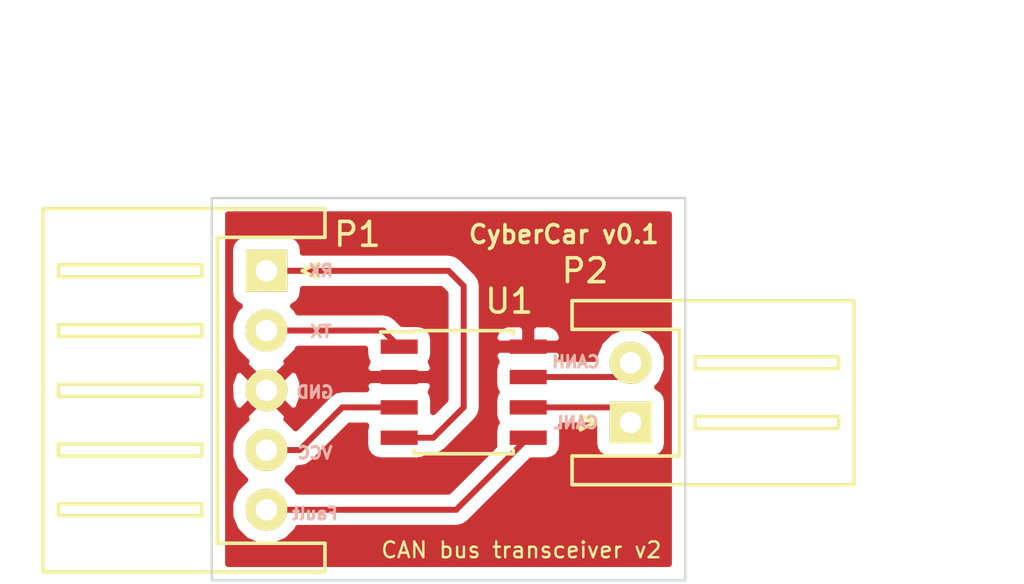
<source format=kicad_pcb>
(kicad_pcb (version 4) (host pcbnew 4.0.4-stable)

  (general
    (links 8)
    (no_connects 0)
    (area 18.189 16.35 65 40.353001)
    (thickness 1.6)
    (drawings 15)
    (tracks 16)
    (zones 0)
    (modules 3)
    (nets 8)
  )

  (page A4)
  (layers
    (0 F.Cu signal)
    (31 B.Cu signal)
    (32 B.Adhes user)
    (33 F.Adhes user)
    (34 B.Paste user)
    (35 F.Paste user)
    (36 B.SilkS user)
    (37 F.SilkS user)
    (38 B.Mask user)
    (39 F.Mask user)
    (40 Dwgs.User user)
    (41 Cmts.User user)
    (42 Eco1.User user)
    (43 Eco2.User user)
    (44 Edge.Cuts user)
    (45 Margin user)
    (46 B.CrtYd user)
    (47 F.CrtYd user)
    (48 B.Fab user)
    (49 F.Fab user)
  )

  (setup
    (last_trace_width 0.25)
    (trace_clearance 0.2)
    (zone_clearance 0.508)
    (zone_45_only no)
    (trace_min 0.2)
    (segment_width 0.2)
    (edge_width 0.1)
    (via_size 0.6)
    (via_drill 0.4)
    (via_min_size 0.4)
    (via_min_drill 0.3)
    (uvia_size 0.3)
    (uvia_drill 0.1)
    (uvias_allowed no)
    (uvia_min_size 0.2)
    (uvia_min_drill 0.1)
    (pcb_text_width 0.3)
    (pcb_text_size 1.5 1.5)
    (mod_edge_width 0.15)
    (mod_text_size 1 1)
    (mod_text_width 0.15)
    (pad_size 2.2 2.2)
    (pad_drill 2.2)
    (pad_to_mask_clearance 0)
    (aux_axis_origin 0 0)
    (visible_elements FFFFFF7F)
    (pcbplotparams
      (layerselection 0x010f0_80000001)
      (usegerberextensions true)
      (gerberprecision 5)
      (excludeedgelayer true)
      (linewidth 0.100000)
      (plotframeref false)
      (viasonmask false)
      (mode 1)
      (useauxorigin false)
      (hpglpennumber 1)
      (hpglpenspeed 20)
      (hpglpendiameter 15)
      (hpglpenoverlay 2)
      (psnegative false)
      (psa4output false)
      (plotreference true)
      (plotvalue true)
      (plotinvisibletext false)
      (padsonsilk false)
      (subtractmaskfromsilk false)
      (outputformat 1)
      (mirror false)
      (drillshape 0)
      (scaleselection 1)
      (outputdirectory plots/))
  )

  (net 0 "")
  (net 1 "Net-(P1-Pad1)")
  (net 2 "Net-(P1-Pad2)")
  (net 3 "Net-(P2-Pad1)")
  (net 4 "Net-(P2-Pad2)")
  (net 5 +3V3)
  (net 6 GND)
  (net 7 "Net-(P1-Pad5)")

  (net_class Default "This is the default net class."
    (clearance 0.2)
    (trace_width 0.25)
    (via_dia 0.6)
    (via_drill 0.4)
    (uvia_dia 0.3)
    (uvia_drill 0.1)
    (add_net +3V3)
    (add_net GND)
    (add_net "Net-(P1-Pad1)")
    (add_net "Net-(P1-Pad2)")
    (add_net "Net-(P1-Pad5)")
    (add_net "Net-(P2-Pad1)")
    (add_net "Net-(P2-Pad2)")
  )

  (module Connectors_JST:JST_XH_S05B-XH-A_05x2.50mm_Angled (layer F.Cu) (tedit 57FEB754) (tstamp 57E2E7EB)
    (at 29.464 27.178 270)
    (descr "JST XH series connector, S05B-XH-A, side entry type, through hole")
    (tags "connector jst xh tht side horizontal angled 2.50mm")
    (path /57E1DEAC)
    (fp_text reference P1 (at -1.524 -3.81 360) (layer F.SilkS)
      (effects (font (size 1 1) (thickness 0.15)))
    )
    (fp_text value CONN_01X05 (at 5 10.3 270) (layer F.Fab)
      (effects (font (size 1 1) (thickness 0.15)))
    )
    (fp_line (start -2.95 -2.8) (end -2.95 9.7) (layer F.CrtYd) (width 0.05))
    (fp_line (start -2.95 9.7) (end 12.95 9.7) (layer F.CrtYd) (width 0.05))
    (fp_line (start 12.95 9.7) (end 12.95 -2.8) (layer F.CrtYd) (width 0.05))
    (fp_line (start 12.95 -2.8) (end -2.95 -2.8) (layer F.CrtYd) (width 0.05))
    (fp_line (start 5 9.35) (end -2.6 9.35) (layer F.SilkS) (width 0.15))
    (fp_line (start -2.6 9.35) (end -2.6 -2.45) (layer F.SilkS) (width 0.15))
    (fp_line (start -2.6 -2.45) (end -1.4 -2.45) (layer F.SilkS) (width 0.15))
    (fp_line (start -1.4 -2.45) (end -1.4 2.05) (layer F.SilkS) (width 0.15))
    (fp_line (start -1.4 2.05) (end 5 2.05) (layer F.SilkS) (width 0.15))
    (fp_line (start 5 9.35) (end 12.6 9.35) (layer F.SilkS) (width 0.15))
    (fp_line (start 12.6 9.35) (end 12.6 -2.45) (layer F.SilkS) (width 0.15))
    (fp_line (start 12.6 -2.45) (end 11.4 -2.45) (layer F.SilkS) (width 0.15))
    (fp_line (start 11.4 -2.45) (end 11.4 2.05) (layer F.SilkS) (width 0.15))
    (fp_line (start 11.4 2.05) (end 5 2.05) (layer F.SilkS) (width 0.15))
    (fp_line (start -0.25 2.7) (end -0.25 8.7) (layer F.SilkS) (width 0.15))
    (fp_line (start -0.25 8.7) (end 0.25 8.7) (layer F.SilkS) (width 0.15))
    (fp_line (start 0.25 8.7) (end 0.25 2.7) (layer F.SilkS) (width 0.15))
    (fp_line (start 0.25 2.7) (end -0.25 2.7) (layer F.SilkS) (width 0.15))
    (fp_line (start 2.25 2.7) (end 2.25 8.7) (layer F.SilkS) (width 0.15))
    (fp_line (start 2.25 8.7) (end 2.75 8.7) (layer F.SilkS) (width 0.15))
    (fp_line (start 2.75 8.7) (end 2.75 2.7) (layer F.SilkS) (width 0.15))
    (fp_line (start 2.75 2.7) (end 2.25 2.7) (layer F.SilkS) (width 0.15))
    (fp_line (start 4.75 2.7) (end 4.75 8.7) (layer F.SilkS) (width 0.15))
    (fp_line (start 4.75 8.7) (end 5.25 8.7) (layer F.SilkS) (width 0.15))
    (fp_line (start 5.25 8.7) (end 5.25 2.7) (layer F.SilkS) (width 0.15))
    (fp_line (start 5.25 2.7) (end 4.75 2.7) (layer F.SilkS) (width 0.15))
    (fp_line (start 7.25 2.7) (end 7.25 8.7) (layer F.SilkS) (width 0.15))
    (fp_line (start 7.25 8.7) (end 7.75 8.7) (layer F.SilkS) (width 0.15))
    (fp_line (start 7.75 8.7) (end 7.75 2.7) (layer F.SilkS) (width 0.15))
    (fp_line (start 7.75 2.7) (end 7.25 2.7) (layer F.SilkS) (width 0.15))
    (fp_line (start 9.75 2.7) (end 9.75 8.7) (layer F.SilkS) (width 0.15))
    (fp_line (start 9.75 8.7) (end 10.25 8.7) (layer F.SilkS) (width 0.15))
    (fp_line (start 10.25 8.7) (end 10.25 2.7) (layer F.SilkS) (width 0.15))
    (fp_line (start 10.25 2.7) (end 9.75 2.7) (layer F.SilkS) (width 0.15))
    (fp_line (start 0 -1.5) (end -0.3 -2.1) (layer F.SilkS) (width 0.15))
    (fp_line (start -0.3 -2.1) (end 0.3 -2.1) (layer F.SilkS) (width 0.15))
    (fp_line (start 0.3 -2.1) (end 0 -1.5) (layer F.SilkS) (width 0.15))
    (pad 1 thru_hole rect (at 0 0 270) (size 1.75 1.75) (drill 0.9) (layers *.Cu *.Mask F.SilkS)
      (net 1 "Net-(P1-Pad1)"))
    (pad 2 thru_hole circle (at 2.5 0 270) (size 1.75 1.75) (drill 0.9) (layers *.Cu *.Mask F.SilkS)
      (net 2 "Net-(P1-Pad2)"))
    (pad 3 thru_hole circle (at 5 0 270) (size 1.75 1.75) (drill 0.9) (layers *.Cu *.Mask F.SilkS)
      (net 6 GND))
    (pad 4 thru_hole circle (at 7.5 0 270) (size 1.75 1.75) (drill 0.9) (layers *.Cu *.Mask F.SilkS)
      (net 5 +3V3))
    (pad 5 thru_hole circle (at 10 0 270) (size 1.75 1.75) (drill 0.9) (layers *.Cu *.Mask F.SilkS)
      (net 7 "Net-(P1-Pad5)"))
    (model Connectors_JST.3dshapes/JST_XH_S05B-XH-A_05x2.50mm_Angled.wrl
      (at (xyz 0 0 0))
      (scale (xyz 1 1 1))
      (rotate (xyz 0 0 0))
    )
  )

  (module Connectors_JST:JST_XH_S02B-XH-A_02x2.50mm_Angled (layer F.Cu) (tedit 57E2EDA4) (tstamp 57E2E7F3)
    (at 44.704 33.528 90)
    (descr "JST XH series connector, S02B-XH-A, side entry type, through hole")
    (tags "connector jst xh tht side horizontal angled 2.50mm")
    (path /57E1E461)
    (fp_text reference P2 (at 6.35 -1.905 180) (layer F.SilkS)
      (effects (font (size 1 1) (thickness 0.15)))
    )
    (fp_text value CONN_01X02 (at 1.25 10.3 90) (layer F.Fab)
      (effects (font (size 1 1) (thickness 0.15)))
    )
    (fp_line (start -2.95 -2.8) (end -2.95 9.7) (layer F.CrtYd) (width 0.05))
    (fp_line (start -2.95 9.7) (end 5.45 9.7) (layer F.CrtYd) (width 0.05))
    (fp_line (start 5.45 9.7) (end 5.45 -2.8) (layer F.CrtYd) (width 0.05))
    (fp_line (start 5.45 -2.8) (end -2.95 -2.8) (layer F.CrtYd) (width 0.05))
    (fp_line (start 1.25 9.35) (end -2.6 9.35) (layer F.SilkS) (width 0.15))
    (fp_line (start -2.6 9.35) (end -2.6 -2.45) (layer F.SilkS) (width 0.15))
    (fp_line (start -2.6 -2.45) (end -1.4 -2.45) (layer F.SilkS) (width 0.15))
    (fp_line (start -1.4 -2.45) (end -1.4 2.05) (layer F.SilkS) (width 0.15))
    (fp_line (start -1.4 2.05) (end 1.25 2.05) (layer F.SilkS) (width 0.15))
    (fp_line (start 1.25 9.35) (end 5.1 9.35) (layer F.SilkS) (width 0.15))
    (fp_line (start 5.1 9.35) (end 5.1 -2.45) (layer F.SilkS) (width 0.15))
    (fp_line (start 5.1 -2.45) (end 3.9 -2.45) (layer F.SilkS) (width 0.15))
    (fp_line (start 3.9 -2.45) (end 3.9 2.05) (layer F.SilkS) (width 0.15))
    (fp_line (start 3.9 2.05) (end 1.25 2.05) (layer F.SilkS) (width 0.15))
    (fp_line (start -0.25 2.7) (end -0.25 8.7) (layer F.SilkS) (width 0.15))
    (fp_line (start -0.25 8.7) (end 0.25 8.7) (layer F.SilkS) (width 0.15))
    (fp_line (start 0.25 8.7) (end 0.25 2.7) (layer F.SilkS) (width 0.15))
    (fp_line (start 0.25 2.7) (end -0.25 2.7) (layer F.SilkS) (width 0.15))
    (fp_line (start 2.25 2.7) (end 2.25 8.7) (layer F.SilkS) (width 0.15))
    (fp_line (start 2.25 8.7) (end 2.75 8.7) (layer F.SilkS) (width 0.15))
    (fp_line (start 2.75 8.7) (end 2.75 2.7) (layer F.SilkS) (width 0.15))
    (fp_line (start 2.75 2.7) (end 2.25 2.7) (layer F.SilkS) (width 0.15))
    (fp_line (start 0 -1.5) (end -0.3 -2.1) (layer F.SilkS) (width 0.15))
    (fp_line (start -0.3 -2.1) (end 0.3 -2.1) (layer F.SilkS) (width 0.15))
    (fp_line (start 0.3 -2.1) (end 0 -1.5) (layer F.SilkS) (width 0.15))
    (pad 1 thru_hole rect (at 0 0 90) (size 1.75 1.75) (drill 0.9) (layers *.Cu *.Mask F.SilkS)
      (net 3 "Net-(P2-Pad1)"))
    (pad 2 thru_hole circle (at 2.5 0 90) (size 1.75 1.75) (drill 0.9) (layers *.Cu *.Mask F.SilkS)
      (net 4 "Net-(P2-Pad2)"))
    (model Connectors_JST.3dshapes/JST_XH_S02B-XH-A_02x2.50mm_Angled.wrl
      (at (xyz 0 0 0))
      (scale (xyz 1 1 1))
      (rotate (xyz 0 0 0))
    )
  )

  (module Housings_SOIC:SOIC-8_3.9x4.9mm_Pitch1.27mm (layer F.Cu) (tedit 57E2EDAA) (tstamp 57E1E2E6)
    (at 37.719 32.258)
    (descr "8-Lead Plastic Small Outline (SN) - Narrow, 3.90 mm Body [SOIC] (see Microchip Packaging Specification 00000049BS.pdf)")
    (tags "SOIC 1.27")
    (path /57E1E52D)
    (attr smd)
    (fp_text reference U1 (at 1.905 -3.81) (layer F.SilkS)
      (effects (font (size 1 1) (thickness 0.15)))
    )
    (fp_text value TCAN337GDR (at 0 3.5) (layer F.Fab)
      (effects (font (size 1 1) (thickness 0.15)))
    )
    (fp_circle (center -1.5 -2) (end -1.75 -2) (layer F.Fab) (width 0.15))
    (fp_line (start -1.95 -2.45) (end -1.95 2.45) (layer F.Fab) (width 0.15))
    (fp_line (start 1.95 -2.45) (end -1.95 -2.45) (layer F.Fab) (width 0.15))
    (fp_line (start 1.95 2.45) (end 1.95 -2.45) (layer F.Fab) (width 0.15))
    (fp_line (start -1.95 2.45) (end 1.95 2.45) (layer F.Fab) (width 0.15))
    (fp_line (start -3.75 -2.75) (end -3.75 2.75) (layer F.CrtYd) (width 0.05))
    (fp_line (start 3.75 -2.75) (end 3.75 2.75) (layer F.CrtYd) (width 0.05))
    (fp_line (start -3.75 -2.75) (end 3.75 -2.75) (layer F.CrtYd) (width 0.05))
    (fp_line (start -3.75 2.75) (end 3.75 2.75) (layer F.CrtYd) (width 0.05))
    (fp_line (start -2.075 -2.575) (end -2.075 -2.525) (layer F.SilkS) (width 0.15))
    (fp_line (start 2.075 -2.575) (end 2.075 -2.43) (layer F.SilkS) (width 0.15))
    (fp_line (start 2.075 2.575) (end 2.075 2.43) (layer F.SilkS) (width 0.15))
    (fp_line (start -2.075 2.575) (end -2.075 2.43) (layer F.SilkS) (width 0.15))
    (fp_line (start -2.075 -2.575) (end 2.075 -2.575) (layer F.SilkS) (width 0.15))
    (fp_line (start -2.075 2.575) (end 2.075 2.575) (layer F.SilkS) (width 0.15))
    (fp_line (start -2.075 -2.525) (end -3.475 -2.525) (layer F.SilkS) (width 0.15))
    (pad 1 smd rect (at -2.7 -1.905) (size 1.55 0.6) (layers F.Cu F.Paste F.Mask)
      (net 2 "Net-(P1-Pad2)"))
    (pad 2 smd rect (at -2.7 -0.635) (size 1.55 0.6) (layers F.Cu F.Paste F.Mask)
      (net 6 GND))
    (pad 3 smd rect (at -2.7 0.635) (size 1.55 0.6) (layers F.Cu F.Paste F.Mask)
      (net 5 +3V3))
    (pad 4 smd rect (at -2.7 1.905) (size 1.55 0.6) (layers F.Cu F.Paste F.Mask)
      (net 1 "Net-(P1-Pad1)"))
    (pad 5 smd rect (at 2.7 1.905) (size 1.55 0.6) (layers F.Cu F.Paste F.Mask)
      (net 7 "Net-(P1-Pad5)"))
    (pad 6 smd rect (at 2.7 0.635) (size 1.55 0.6) (layers F.Cu F.Paste F.Mask)
      (net 3 "Net-(P2-Pad1)"))
    (pad 7 smd rect (at 2.7 -0.635) (size 1.55 0.6) (layers F.Cu F.Paste F.Mask)
      (net 4 "Net-(P2-Pad2)"))
    (pad 8 smd rect (at 2.7 -1.905) (size 1.55 0.6) (layers F.Cu F.Paste F.Mask)
      (net 6 GND))
    (model Housings_SOIC.3dshapes/SOIC-8_3.9x4.9mm_Pitch1.27mm.wrl
      (at (xyz 0 0 0))
      (scale (xyz 1 1 1))
      (rotate (xyz 0 0 0))
    )
  )

  (dimension 16.002 (width 0.3) (layer Dwgs.User)
    (gr_text "16,002 mm" (at 58.5 32.131 270) (layer Dwgs.User)
      (effects (font (size 1.5 1.5) (thickness 0.3)))
    )
    (feature1 (pts (xy 46.99 40.132) (xy 59.85 40.132)))
    (feature2 (pts (xy 46.99 24.13) (xy 59.85 24.13)))
    (crossbar (pts (xy 57.15 24.13) (xy 57.15 40.132)))
    (arrow1a (pts (xy 57.15 40.132) (xy 56.563579 39.005496)))
    (arrow1b (pts (xy 57.15 40.132) (xy 57.736421 39.005496)))
    (arrow2a (pts (xy 57.15 24.13) (xy 56.563579 25.256504)))
    (arrow2b (pts (xy 57.15 24.13) (xy 57.736421 25.256504)))
  )
  (dimension 19.812 (width 0.3) (layer Dwgs.User)
    (gr_text "19,812 mm" (at 37.084 17.7) (layer Dwgs.User)
      (effects (font (size 1.5 1.5) (thickness 0.3)))
    )
    (feature1 (pts (xy 46.99 24.13) (xy 46.99 16.35)))
    (feature2 (pts (xy 27.178 24.13) (xy 27.178 16.35)))
    (crossbar (pts (xy 27.178 19.05) (xy 46.99 19.05)))
    (arrow1a (pts (xy 46.99 19.05) (xy 45.863496 19.636421)))
    (arrow1b (pts (xy 46.99 19.05) (xy 45.863496 18.463579)))
    (arrow2a (pts (xy 27.178 19.05) (xy 28.304504 19.636421)))
    (arrow2b (pts (xy 27.178 19.05) (xy 28.304504 18.463579)))
  )
  (gr_line (start 46.99 40.132) (end 27.178 40.132) (angle 90) (layer Edge.Cuts) (width 0.1))
  (gr_line (start 46.99 24.13) (end 46.99 40.132) (angle 90) (layer Edge.Cuts) (width 0.1))
  (gr_line (start 27.178 24.13) (end 46.99 24.13) (angle 90) (layer Edge.Cuts) (width 0.1))
  (gr_line (start 27.178 24.13) (end 27.178 40.132) (angle 90) (layer Edge.Cuts) (width 0.1))
  (gr_text CANL (at 42.418 33.528) (layer B.SilkS)
    (effects (font (size 0.5 0.5) (thickness 0.125)) (justify mirror))
  )
  (gr_text CANH (at 42.418 30.988) (layer B.SilkS)
    (effects (font (size 0.5 0.5) (thickness 0.125)) (justify mirror))
  )
  (gr_text "CAN bus transceiver v2" (at 40.132 38.862) (layer F.SilkS)
    (effects (font (size 0.66 0.66) (thickness 0.1)))
  )
  (gr_text "CyberCar v0.1" (at 41.91 25.654) (layer F.SilkS)
    (effects (font (size 0.75 0.75) (thickness 0.15)))
  )
  (gr_text RX (at 31.75 27.178) (layer B.SilkS)
    (effects (font (size 0.5 0.5) (thickness 0.125)) (justify mirror))
  )
  (gr_text TX (at 31.75 29.718) (layer B.SilkS)
    (effects (font (size 0.5 0.5) (thickness 0.125)) (justify mirror))
  )
  (gr_text GND (at 31.496 32.258) (layer B.SilkS)
    (effects (font (size 0.5 0.5) (thickness 0.125)) (justify mirror))
  )
  (gr_text VCC (at 31.496 34.798) (layer B.SilkS)
    (effects (font (size 0.5 0.5) (thickness 0.125)) (justify mirror))
  )
  (gr_text Fault (at 31.496 37.338) (layer B.SilkS)
    (effects (font (size 0.5 0.5) (thickness 0.125)) (justify mirror))
  )

  (segment (start 35.019 34.163) (end 36.449 34.163) (width 0.25) (layer F.Cu) (net 1))
  (segment (start 37.084 27.178) (end 29.464 27.178) (width 0.25) (layer F.Cu) (net 1) (tstamp 57E314D4))
  (segment (start 37.719 27.813) (end 37.084 27.178) (width 0.25) (layer F.Cu) (net 1) (tstamp 57E314D3))
  (segment (start 37.719 32.893) (end 37.719 27.813) (width 0.25) (layer F.Cu) (net 1) (tstamp 57E314D1))
  (segment (start 36.449 34.163) (end 37.719 32.893) (width 0.25) (layer F.Cu) (net 1) (tstamp 57E314CF))
  (segment (start 29.464 29.678) (end 34.344 29.678) (width 0.25) (layer F.Cu) (net 2))
  (segment (start 34.344 29.678) (end 35.019 30.353) (width 0.25) (layer F.Cu) (net 2) (tstamp 57E314DB))
  (segment (start 40.419 32.893) (end 44.069 32.893) (width 0.25) (layer F.Cu) (net 3))
  (segment (start 44.069 32.893) (end 44.704 33.528) (width 0.25) (layer F.Cu) (net 3) (tstamp 57FEB688))
  (segment (start 40.419 31.623) (end 44.109 31.623) (width 0.25) (layer F.Cu) (net 4))
  (segment (start 44.109 31.623) (end 44.704 31.028) (width 0.25) (layer F.Cu) (net 4) (tstamp 57FEB67F))
  (segment (start 29.464 34.678) (end 30.854 34.678) (width 0.25) (layer F.Cu) (net 5))
  (segment (start 32.639 32.893) (end 35.019 32.893) (width 0.25) (layer F.Cu) (net 5) (tstamp 57E314C4))
  (segment (start 30.854 34.678) (end 32.639 32.893) (width 0.25) (layer F.Cu) (net 5) (tstamp 57E314C3))
  (segment (start 29.464 37.178) (end 37.404 37.178) (width 0.25) (layer F.Cu) (net 7))
  (segment (start 37.404 37.178) (end 40.419 34.163) (width 0.25) (layer F.Cu) (net 7) (tstamp 57E314BA))

  (zone (net 6) (net_name GND) (layer F.Cu) (tstamp 57FEB721) (hatch edge 0.508)
    (connect_pads (clearance 0.508))
    (min_thickness 0.254)
    (fill yes (arc_segments 16) (thermal_gap 0.508) (thermal_bridge_width 0.508))
    (polygon
      (pts
        (xy 46.99 40.132) (xy 27.178 40.132) (xy 27.178 24.13) (xy 46.99 24.13)
      )
    )
    (filled_polygon
      (pts
        (xy 46.305 39.447) (xy 27.863 39.447) (xy 27.863 31.943306) (xy 27.94241 31.943306) (xy 27.968421 32.543458)
        (xy 28.148047 32.977116) (xy 28.40194 33.060455) (xy 29.284395 32.178) (xy 29.643605 32.178) (xy 30.52606 33.060455)
        (xy 30.779953 32.977116) (xy 30.98559 32.412694) (xy 30.959579 31.812542) (xy 30.779953 31.378884) (xy 30.52606 31.295545)
        (xy 29.643605 32.178) (xy 29.284395 32.178) (xy 28.40194 31.295545) (xy 28.148047 31.378884) (xy 27.94241 31.943306)
        (xy 27.863 31.943306) (xy 27.863 26.303) (xy 27.94156 26.303) (xy 27.94156 28.053) (xy 27.985838 28.288317)
        (xy 28.12491 28.504441) (xy 28.33711 28.649431) (xy 28.353676 28.652786) (xy 28.18463 28.821537) (xy 27.954262 29.376325)
        (xy 27.953738 29.97704) (xy 28.183138 30.532229) (xy 28.607537 30.95737) (xy 28.630469 30.966892) (xy 28.581545 31.11594)
        (xy 29.464 31.998395) (xy 30.346455 31.11594) (xy 30.297682 30.967352) (xy 30.318229 30.958862) (xy 30.74337 30.534463)
        (xy 30.783425 30.438) (xy 33.59656 30.438) (xy 33.59656 30.653) (xy 33.640838 30.888317) (xy 33.699178 30.97898)
        (xy 33.609 31.19669) (xy 33.609 31.33725) (xy 33.76775 31.496) (xy 34.892 31.496) (xy 34.892 31.476)
        (xy 35.146 31.476) (xy 35.146 31.496) (xy 36.27025 31.496) (xy 36.429 31.33725) (xy 36.429 31.19669)
        (xy 36.339194 30.979878) (xy 36.390431 30.90489) (xy 36.44144 30.653) (xy 36.44144 30.053) (xy 36.397162 29.817683)
        (xy 36.25809 29.601559) (xy 36.04589 29.456569) (xy 35.794 29.40556) (xy 35.146362 29.40556) (xy 34.881401 29.140599)
        (xy 34.634839 28.975852) (xy 34.344 28.918) (xy 30.783797 28.918) (xy 30.744862 28.823771) (xy 30.576283 28.654897)
        (xy 30.790441 28.51709) (xy 30.935431 28.30489) (xy 30.98644 28.053) (xy 30.98644 27.938) (xy 36.769198 27.938)
        (xy 36.959 28.127802) (xy 36.959 32.578198) (xy 36.44144 33.095758) (xy 36.44144 32.593) (xy 36.397162 32.357683)
        (xy 36.338822 32.26702) (xy 36.429 32.04931) (xy 36.429 31.90875) (xy 36.27025 31.75) (xy 35.146 31.75)
        (xy 35.146 31.77) (xy 34.892 31.77) (xy 34.892 31.75) (xy 33.76775 31.75) (xy 33.609 31.90875)
        (xy 33.609 32.04931) (xy 33.643666 32.133) (xy 32.639 32.133) (xy 32.34816 32.190852) (xy 32.101599 32.355599)
        (xy 30.689193 33.768005) (xy 30.320463 33.39863) (xy 30.297531 33.389108) (xy 30.346455 33.24006) (xy 29.464 32.357605)
        (xy 28.581545 33.24006) (xy 28.630318 33.388648) (xy 28.609771 33.397138) (xy 28.18463 33.821537) (xy 27.954262 34.376325)
        (xy 27.953738 34.97704) (xy 28.183138 35.532229) (xy 28.578536 35.928318) (xy 28.18463 36.321537) (xy 27.954262 36.876325)
        (xy 27.953738 37.47704) (xy 28.183138 38.032229) (xy 28.607537 38.45737) (xy 29.162325 38.687738) (xy 29.76304 38.688262)
        (xy 30.318229 38.458862) (xy 30.74337 38.034463) (xy 30.783425 37.938) (xy 37.404 37.938) (xy 37.694839 37.880148)
        (xy 37.941401 37.715401) (xy 40.546362 35.11044) (xy 41.194 35.11044) (xy 41.429317 35.066162) (xy 41.645441 34.92709)
        (xy 41.790431 34.71489) (xy 41.84144 34.463) (xy 41.84144 33.863) (xy 41.801926 33.653) (xy 43.18156 33.653)
        (xy 43.18156 34.403) (xy 43.225838 34.638317) (xy 43.36491 34.854441) (xy 43.57711 34.999431) (xy 43.829 35.05044)
        (xy 45.579 35.05044) (xy 45.814317 35.006162) (xy 46.030441 34.86709) (xy 46.175431 34.65489) (xy 46.22644 34.403)
        (xy 46.22644 32.653) (xy 46.182162 32.417683) (xy 46.04309 32.201559) (xy 45.83089 32.056569) (xy 45.814324 32.053214)
        (xy 45.98337 31.884463) (xy 46.213738 31.329675) (xy 46.214262 30.72896) (xy 45.984862 30.173771) (xy 45.560463 29.74863)
        (xy 45.005675 29.518262) (xy 44.40496 29.517738) (xy 43.849771 29.747138) (xy 43.42463 30.171537) (xy 43.194262 30.726325)
        (xy 43.194143 30.863) (xy 41.794334 30.863) (xy 41.829 30.77931) (xy 41.829 30.63875) (xy 41.67025 30.48)
        (xy 40.546 30.48) (xy 40.546 30.5) (xy 40.292 30.5) (xy 40.292 30.48) (xy 39.16775 30.48)
        (xy 39.009 30.63875) (xy 39.009 30.77931) (xy 39.098806 30.996122) (xy 39.047569 31.07111) (xy 38.99656 31.323)
        (xy 38.99656 31.923) (xy 39.040838 32.158317) (xy 39.104678 32.257528) (xy 39.047569 32.34111) (xy 38.99656 32.593)
        (xy 38.99656 33.193) (xy 39.040838 33.428317) (xy 39.104678 33.527528) (xy 39.047569 33.61111) (xy 38.99656 33.863)
        (xy 38.99656 34.463) (xy 39.004104 34.503094) (xy 37.089198 36.418) (xy 30.783797 36.418) (xy 30.744862 36.323771)
        (xy 30.349464 35.927682) (xy 30.74337 35.534463) (xy 30.783425 35.438) (xy 30.854 35.438) (xy 31.144839 35.380148)
        (xy 31.391401 35.215401) (xy 32.953802 33.653) (xy 33.639086 33.653) (xy 33.59656 33.863) (xy 33.59656 34.463)
        (xy 33.640838 34.698317) (xy 33.77991 34.914441) (xy 33.99211 35.059431) (xy 34.244 35.11044) (xy 35.794 35.11044)
        (xy 36.029317 35.066162) (xy 36.245441 34.92709) (xy 36.248236 34.923) (xy 36.449 34.923) (xy 36.739839 34.865148)
        (xy 36.986401 34.700401) (xy 38.256401 33.430401) (xy 38.421148 33.18384) (xy 38.479 32.893) (xy 38.479 29.92669)
        (xy 39.009 29.92669) (xy 39.009 30.06725) (xy 39.16775 30.226) (xy 40.292 30.226) (xy 40.292 29.57675)
        (xy 40.546 29.57675) (xy 40.546 30.226) (xy 41.67025 30.226) (xy 41.829 30.06725) (xy 41.829 29.92669)
        (xy 41.732327 29.693301) (xy 41.553698 29.514673) (xy 41.320309 29.418) (xy 40.70475 29.418) (xy 40.546 29.57675)
        (xy 40.292 29.57675) (xy 40.13325 29.418) (xy 39.517691 29.418) (xy 39.284302 29.514673) (xy 39.105673 29.693301)
        (xy 39.009 29.92669) (xy 38.479 29.92669) (xy 38.479 27.813) (xy 38.421148 27.522161) (xy 38.256401 27.275599)
        (xy 37.621401 26.640599) (xy 37.374839 26.475852) (xy 37.084 26.418) (xy 30.98644 26.418) (xy 30.98644 26.303)
        (xy 30.942162 26.067683) (xy 30.80309 25.851559) (xy 30.59089 25.706569) (xy 30.339 25.65556) (xy 28.589 25.65556)
        (xy 28.353683 25.699838) (xy 28.137559 25.83891) (xy 27.992569 26.05111) (xy 27.94156 26.303) (xy 27.863 26.303)
        (xy 27.863 24.815) (xy 46.305 24.815)
      )
    )
  )
)

</source>
